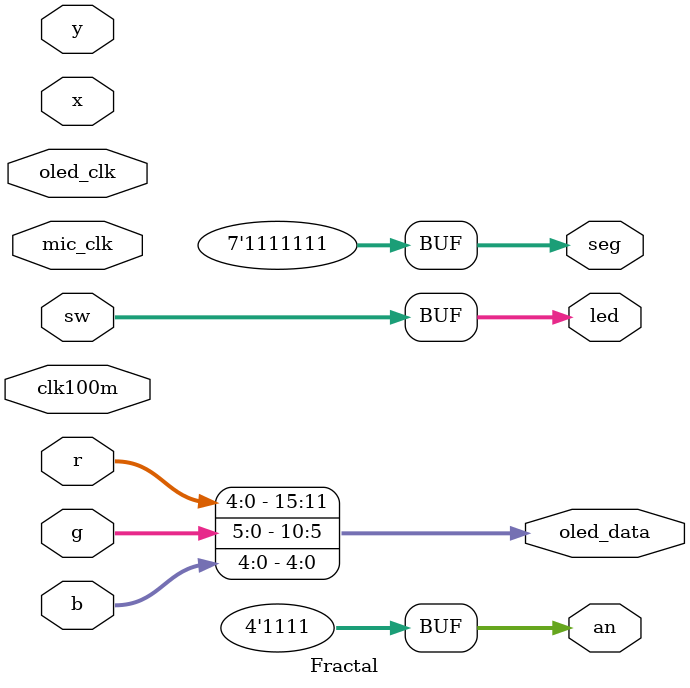
<source format=v>
`timescale 1ns / 1ps
`include "Constants.v"



module Fractal(
    input mic_clk,
    input oled_clk,
    input clk100m,
    input [4:0] r,
    input [5:0] g,
    input [4:0] b,
    input [15:0] sw, //set zoom level
    input [6:0] x,
    input [5:0] y,
    output reg [15:0] led,
    output reg [15:0] oled_data,
    output reg [6:0] seg,
    output reg [3:0] an
    );
    
    always @(*) begin
        led = sw;
        oled_data = {r, g, b};
        seg = 7'b1111111;
        an = 4'b1111;
    end
endmodule

</source>
